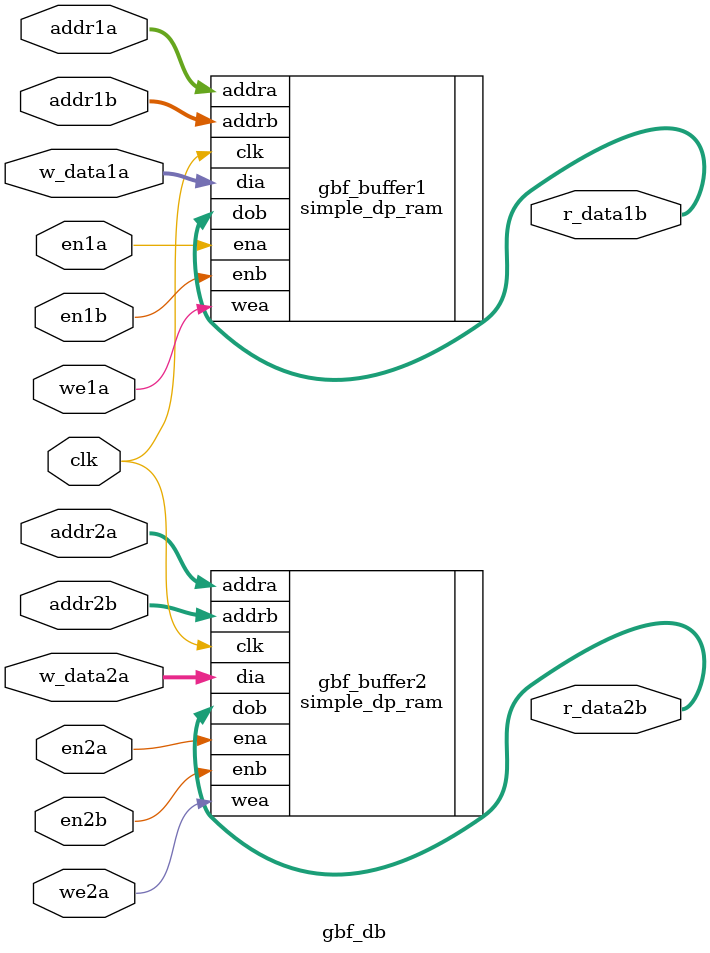
<source format=v>

module gbf_db #(parameter DATA_BITWIDTH   = 512,
                parameter ADDR_BITWIDTH   = 5,
                parameter DEPTH           = 32,
                parameter MEM_INIT_FILE1 = "",
                parameter MEM_INIT_FILE2 = "" )
              ( input clk, en1a, en1b, we1a, en2a, en2b, we2a,
                input [ADDR_BITWIDTH-1 : 0] addr1a, addr1b, addr2a, addr2b,
                input [DATA_BITWIDTH-1 : 0] w_data1a, w_data2a, 
                output [DATA_BITWIDTH-1 : 0] r_data1b, r_data2b
    );

    simple_dp_ram #(.DATA_BITWIDTH(DATA_BITWIDTH), .ADDR_BITWIDTH(ADDR_BITWIDTH), .DEPTH(DEPTH), .MEM_INIT_FILE(MEM_INIT_FILE1)) gbf_buffer1(
        .clk(clk), .ena(en1a),.enb(en1b), .wea(we1a), .addra(addr1a), .addrb(addr1b), .dia(w_data1a), .dob(r_data1b));

    simple_dp_ram #(.DATA_BITWIDTH(DATA_BITWIDTH), .ADDR_BITWIDTH(ADDR_BITWIDTH), .DEPTH(DEPTH), .MEM_INIT_FILE(MEM_INIT_FILE2)) gbf_buffer2(
        .clk(clk), .ena(en2a), .enb(en2b), .wea(we2a), .addra(addr2a), .addrb(addr2b), .dia(w_data2a), .dob(r_data2b));


endmodule
</source>
